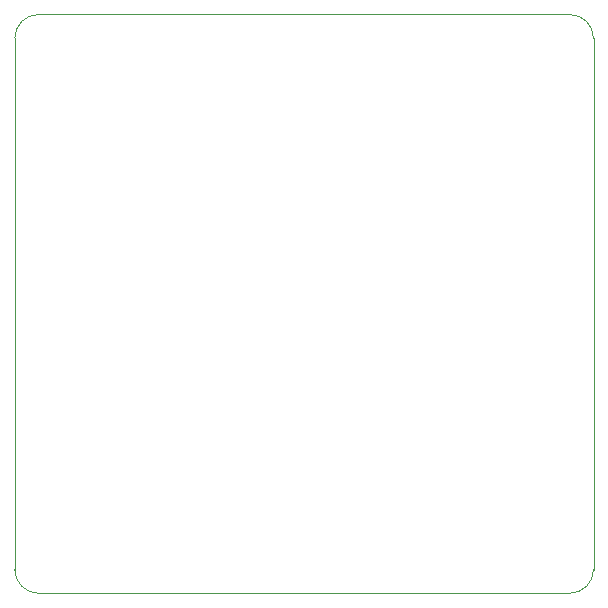
<source format=gko>
%TF.GenerationSoftware,KiCad,Pcbnew,5.1.9*%
%TF.CreationDate,2021-05-01T23:47:16+02:00*%
%TF.ProjectId,nfc_reader,6e66635f-7265-4616-9465-722e6b696361,rev?*%
%TF.SameCoordinates,Original*%
%TF.FileFunction,Profile,NP*%
%FSLAX46Y46*%
G04 Gerber Fmt 4.6, Leading zero omitted, Abs format (unit mm)*
G04 Created by KiCad (PCBNEW 5.1.9) date 2021-05-01 23:47:16*
%MOMM*%
%LPD*%
G01*
G04 APERTURE LIST*
%TA.AperFunction,Profile*%
%ADD10C,0.050000*%
%TD*%
G04 APERTURE END LIST*
D10*
X104500000Y-141500000D02*
G75*
G02*
X102500000Y-139500000I0J2000000D01*
G01*
X102500000Y-94500000D02*
G75*
G02*
X104500000Y-92500000I2000000J0D01*
G01*
X149500000Y-92500000D02*
G75*
G02*
X151500000Y-94500000I0J-2000000D01*
G01*
X151500000Y-139500000D02*
G75*
G02*
X149500000Y-141500000I-2000000J0D01*
G01*
X151500000Y-94500000D02*
X151500000Y-139500000D01*
X102500000Y-94500000D02*
X102500000Y-139500000D01*
X149500000Y-92500000D02*
X104500000Y-92500000D01*
X104500000Y-141500000D02*
X149500000Y-141500000D01*
M02*

</source>
